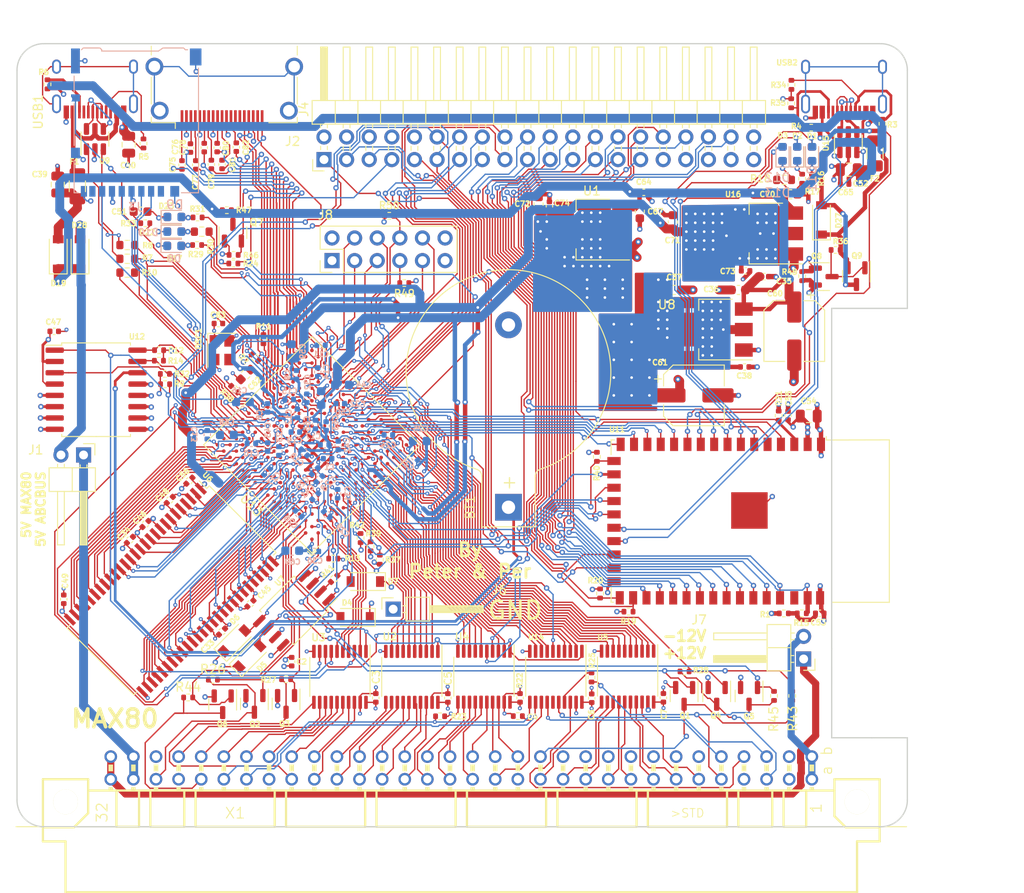
<source format=kicad_pcb>
(kicad_pcb (version 20211014) (generator pcbnew)

  (general
    (thickness 1.6)
  )

  (paper "A4")
  (title_block
    (title "MAX80")
    (date "2022-03-21")
    (rev "1.01")
    (company "No name")
  )

  (layers
    (0 "F.Cu" signal)
    (1 "In1.Cu" power)
    (2 "In2.Cu" signal)
    (31 "B.Cu" signal)
    (32 "B.Adhes" user "B.Adhesive")
    (33 "F.Adhes" user "F.Adhesive")
    (34 "B.Paste" user)
    (35 "F.Paste" user)
    (36 "B.SilkS" user "B.Silkscreen")
    (37 "F.SilkS" user "F.Silkscreen")
    (38 "B.Mask" user)
    (39 "F.Mask" user)
    (40 "Dwgs.User" user "User.Drawings")
    (41 "Cmts.User" user "User.Comments")
    (42 "Eco1.User" user "User.Eco1")
    (43 "Eco2.User" user "User.Eco2")
    (44 "Edge.Cuts" user)
    (45 "Margin" user)
    (46 "B.CrtYd" user "B.Courtyard")
    (47 "F.CrtYd" user "F.Courtyard")
    (48 "B.Fab" user)
    (49 "F.Fab" user)
  )

  (setup
    (pad_to_mask_clearance 0)
    (grid_origin 132.45 85.75)
    (pcbplotparams
      (layerselection 0x00010fc_ffffffff)
      (disableapertmacros false)
      (usegerberextensions false)
      (usegerberattributes true)
      (usegerberadvancedattributes true)
      (creategerberjobfile true)
      (svguseinch false)
      (svgprecision 6)
      (excludeedgelayer true)
      (plotframeref false)
      (viasonmask false)
      (mode 1)
      (useauxorigin false)
      (hpglpennumber 1)
      (hpglpenspeed 20)
      (hpglpendiameter 15.000000)
      (dxfpolygonmode true)
      (dxfimperialunits true)
      (dxfusepcbnewfont true)
      (psnegative false)
      (psa4output false)
      (plotreference true)
      (plotvalue true)
      (plotinvisibletext false)
      (sketchpadsonfab false)
      (subtractmaskfromsilk false)
      (outputformat 1)
      (mirror false)
      (drillshape 0)
      (scaleselection 1)
      (outputdirectory "max80_gerber101")
    )
  )

  (net 0 "")
  (net 1 "GND")
  (net 2 "+5V")
  (net 3 "Net-(R5-Pad2)")
  (net 4 "Net-(R6-Pad2)")
  (net 5 "Net-(U9-Pad4)")
  (net 6 "Net-(U9-Pad6)")
  (net 7 "unconnected-(J2-Pad13)")
  (net 8 "Net-(BT1-Pad1)")
  (net 9 "/A4")
  (net 10 "/A3")
  (net 11 "/A2")
  (net 12 "/A1")
  (net 13 "/A0")
  (net 14 "/IO0")
  (net 15 "/IO3")
  (net 16 "/IO4")
  (net 17 "/IO5")
  (net 18 "/IO6")
  (net 19 "/IO7")
  (net 20 "/A11")
  (net 21 "/IO9")
  (net 22 "/A8")
  (net 23 "/A7")
  (net 24 "/A6")
  (net 25 "/A5")
  (net 26 "/A9")
  (net 27 "/A10")
  (net 28 "/A12")
  (net 29 "/IO8")
  (net 30 "/IO10")
  (net 31 "/IO11")
  (net 32 "/IO12")
  (net 33 "/IO13")
  (net 34 "/IO14")
  (net 35 "/IO15")
  (net 36 "/abc80bus/D7")
  (net 37 "/abc80bus/D6")
  (net 38 "/abc80bus/D5")
  (net 39 "/abc80bus/D4")
  (net 40 "/abc80bus/D3")
  (net 41 "/abc80bus/D2")
  (net 42 "/abc80bus/D1")
  (net 43 "/abc80bus/D0")
  (net 44 "/abc80bus/A8")
  (net 45 "/abc80bus/A9")
  (net 46 "/abc80bus/A10")
  (net 47 "/abc80bus/A11")
  (net 48 "/abc80bus/A12")
  (net 49 "/abc80bus/A13")
  (net 50 "/abc80bus/A14")
  (net 51 "/abc80bus/A15")
  (net 52 "/abc80bus/A7")
  (net 53 "/abc80bus/A6")
  (net 54 "/abc80bus/A5")
  (net 55 "/abc80bus/A4")
  (net 56 "/abc80bus/A3")
  (net 57 "/abc80bus/A2")
  (net 58 "/abc80bus/A1")
  (net 59 "/abc80bus/A0")
  (net 60 "/IO1")
  (net 61 "/IO2")
  (net 62 "/32KHZ")
  (net 63 "/RTC_INT")
  (net 64 "/abc80bus/ABC5V")
  (net 65 "/SD_DAT3")
  (net 66 "/SD_CMD")
  (net 67 "/SD_CLK")
  (net 68 "/SD_DAT0")
  (net 69 "FPGA_TDI")
  (net 70 "FPGA_TMS")
  (net 71 "FPGA_TDO")
  (net 72 "FPGA_TCK")
  (net 73 "ABC_CLK_5")
  (net 74 "/FPGA_SCL")
  (net 75 "/FPGA_SDA")
  (net 76 "FPGA_SPI_CLK")
  (net 77 "FGPA_SPI_CS_ESP32")
  (net 78 "INT_ESP32")
  (net 79 "Net-(C53-Pad1)")
  (net 80 "ESP32_TDO")
  (net 81 "ESP32_TCK")
  (net 82 "ESP32_TMS")
  (net 83 "ESP32_IO0")
  (net 84 "ESP32_RXD")
  (net 85 "ESP32_TXD")
  (net 86 "ESP32_EN")
  (net 87 "Net-(R3-Pad2)")
  (net 88 "/ESP32/USB_D-")
  (net 89 "/ESP32/USB_D+")
  (net 90 "ESP32_TDI")
  (net 91 "Net-(U15-Pad6)")
  (net 92 "Net-(U15-Pad4)")
  (net 93 "unconnected-(J2-Pad14)")
  (net 94 "Net-(D1-Pad2)")
  (net 95 "Net-(D1-Pad1)")
  (net 96 "ESP32_SCL")
  (net 97 "ESP32_SDA")
  (net 98 "ESP32_CS2")
  (net 99 "ESP32_CS0")
  (net 100 "ESP32_MISO")
  (net 101 "ESP32_SCK")
  (net 102 "ESP32_MOSI")
  (net 103 "ESP32_CS1")
  (net 104 "/abc80bus/~{CS}")
  (net 105 "/abc80bus/~{C4}")
  (net 106 "/abc80bus/~{C3}")
  (net 107 "/abc80bus/~{C2}")
  (net 108 "/abc80bus/~{C1}")
  (net 109 "/abc80bus/~{OUT}")
  (net 110 "/abc80bus/~{RST}")
  (net 111 "/abc80bus/~{XMEMFL}")
  (net 112 "/abc80bus/~{INP}")
  (net 113 "/abc80bus/~{STATUS}")
  (net 114 "/abc80bus/~{XINPSTB}")
  (net 115 "/abc80bus/~{XOUTSTB}")
  (net 116 "AD0")
  (net 117 "AD1")
  (net 118 "AD2")
  (net 119 "AD3")
  (net 120 "AD4")
  (net 121 "AD5")
  (net 122 "AD6")
  (net 123 "AD7")
  (net 124 "/abc80bus/~{RESIN}")
  (net 125 "/FPGA_LED1")
  (net 126 "/FPGA_LED2")
  (net 127 "/FPGA_LED3")
  (net 128 "Net-(D17-Pad2)")
  (net 129 "Net-(D23-Pad2)")
  (net 130 "FPGA_GPIO3")
  (net 131 "FPGA_GPIO2")
  (net 132 "FPGA_GPIO1")
  (net 133 "FPGA_GPIO0")
  (net 134 "FPGA_GPIO5")
  (net 135 "FPGA_GPIO4")
  (net 136 "/abc80bus/READY")
  (net 137 "/abc80bus/~{NMI}")
  (net 138 "~{FPGA_READY}")
  (net 139 "FPGA_NMI")
  (net 140 "FPGA_RESIN")
  (net 141 "/DQMH")
  (net 142 "/CLK")
  (net 143 "/BA1")
  (net 144 "/BA0")
  (net 145 "/DQML")
  (net 146 "Net-(D28-Pad2)")
  (net 147 "Net-(F1-Pad2)")
  (net 148 "/WE#")
  (net 149 "/CAS#")
  (net 150 "/RAS#")
  (net 151 "/CS#")
  (net 152 "+3V3")
  (net 153 "+2V5")
  (net 154 "+1V2")
  (net 155 "Net-(R13-Pad1)")
  (net 156 "Net-(R37-Pad2)")
  (net 157 "Net-(R38-Pad2)")
  (net 158 "Net-(R41-Pad2)")
  (net 159 "DATA0")
  (net 160 "~{CS_ABC_3V3}")
  (net 161 "~{OUT_ABC_3V3}")
  (net 162 "AD8")
  (net 163 "~{C1_ABC_3V3}")
  (net 164 "AD9")
  (net 165 "~{C2_ABC_3V3}")
  (net 166 "AD10")
  (net 167 "~{C3_ABC_3V3}")
  (net 168 "~{C4_ABC_3V3}")
  (net 169 "AD11")
  (net 170 "AD12")
  (net 171 "AD13")
  (net 172 "AD14")
  (net 173 "AD15")
  (net 174 "DLCK")
  (net 175 "ASD0")
  (net 176 "nCE0")
  (net 177 "~{INP_ABC_3V3}")
  (net 178 "~{STATUS_ABC_3V3}")
  (net 179 "DD0")
  (net 180 "DD1")
  (net 181 "DD2")
  (net 182 "DD3")
  (net 183 "DD4")
  (net 184 "DD5")
  (net 185 "DD6")
  (net 186 "DD7")
  (net 187 "DD8")
  (net 188 "~{XOUTSTB_ABC_3V3}")
  (net 189 "~{RST_ABC_3V3}")
  (net 190 "~{XMEMFL_ABC_3V3}")
  (net 191 "~{XINPSTB_ABC_3V3}")
  (net 192 "ABC_CLK_3V3")
  (net 193 "FPGA_SPI_MOSI")
  (net 194 "FPGA_SPI_MISO")
  (net 195 "CLK0n")
  (net 196 "HDMI_CK-")
  (net 197 "HDMI_D0+")
  (net 198 "HDMI_D1-")
  (net 199 "HDMI_D2+")
  (net 200 "HDMI_CK+")
  (net 201 "HDMI_D0-")
  (net 202 "HDMI_D1+")
  (net 203 "HDMI_D2-")
  (net 204 "HDMI_SDA")
  (net 205 "HDMI_HPD")
  (net 206 "HDMI_SCL")
  (net 207 "FPGA_JTAGEN")
  (net 208 "FLASH_CS#")
  (net 209 "/abc80bus/~{INT}")
  (net 210 "/abc80bus/~{XMEMW800}")
  (net 211 "/abc80bus/~{XMEMW80}")
  (net 212 "INT_ABC_3V3")
  (net 213 "INT800_ABC_3V3")
  (net 214 "~{XMEMW80_ABC_3V3}")
  (net 215 "~{XMEMW800_ABC_3V3}")
  (net 216 "/abc80bus/~{XM}")
  (net 217 "XM_ABC_3V3")
  (net 218 "Net-(R25-Pad2)")
  (net 219 "AD16")
  (net 220 "/abc80bus/ABC_-12V")
  (net 221 "/abc80bus/ABC_12V")
  (net 222 "Net-(C75-Pad1)")
  (net 223 "Net-(C76-Pad1)")
  (net 224 "Net-(C77-Pad1)")
  (net 225 "Net-(C78-Pad1)")
  (net 226 "Net-(C79-Pad1)")
  (net 227 "Net-(C80-Pad1)")
  (net 228 "Net-(C81-Pad1)")
  (net 229 "Net-(C82-Pad1)")
  (net 230 "EXT_HG")
  (net 231 "EXT_HB")
  (net 232 "EXT_HE")
  (net 233 "EXT_HC")
  (net 234 "EXT_HA")
  (net 235 "EXT_HF")
  (net 236 "EXT_HH")
  (net 237 "EXT_HD")
  (net 238 "unconnected-(J2-PadSH)")
  (net 239 "unconnected-(J3-Pad1)")
  (net 240 "unconnected-(J3-Pad8)")
  (net 241 "unconnected-(J4-Pad6)")
  (net 242 "unconnected-(J4-Pad8)")
  (net 243 "unconnected-(J4-Pad40)")
  (net 244 "unconnected-(U6-Pad40)")
  (net 245 "unconnected-(U11-Pad40)")
  (net 246 "unconnected-(U13-PadC3)")
  (net 247 "unconnected-(U13-PadF13)")
  (net 248 "unconnected-(U13-PadJ12)")
  (net 249 "unconnected-(U13-PadJ13)")
  (net 250 "unconnected-(U13-PadJ14)")
  (net 251 "unconnected-(U13-PadK6)")
  (net 252 "unconnected-(U13-PadK9)")
  (net 253 "unconnected-(U13-PadK12)")
  (net 254 "unconnected-(U13-PadL6)")
  (net 255 "unconnected-(U13-PadL9)")
  (net 256 "unconnected-(U13-PadL11)")
  (net 257 "unconnected-(U13-PadL14)")
  (net 258 "unconnected-(U13-PadN14)")
  (net 259 "unconnected-(U13-PadP11)")
  (net 260 "unconnected-(U13-PadP15)")
  (net 261 "unconnected-(U14-Pad5)")
  (net 262 "unconnected-(U14-Pad15)")
  (net 263 "unconnected-(USB1-Pad3)")
  (net 264 "unconnected-(USB1-Pad9)")
  (net 265 "unconnected-(USB1-Pad13)")
  (net 266 "unconnected-(USB2-Pad3)")
  (net 267 "unconnected-(USB2-Pad9)")
  (net 268 "unconnected-(USB2-Pad13)")
  (net 269 "unconnected-(X1-PadA14)")
  (net 270 "unconnected-(X1-PadA25)")
  (net 271 "unconnected-(X1-PadA29)")
  (net 272 "unconnected-(X1-PadB6)")
  (net 273 "unconnected-(X1-PadB7)")
  (net 274 "unconnected-(X1-PadB8)")
  (net 275 "Net-(J2-Pad19)")
  (net 276 "unconnected-(X1-PadB9)")
  (net 277 "unconnected-(X1-PadB10)")
  (net 278 "/~{SD_DETECT}")
  (net 279 "unconnected-(X1-PadB11)")
  (net 280 "unconnected-(X1-PadB12)")
  (net 281 "unconnected-(X1-PadB30)")
  (net 282 "Net-(R7-Pad2)")
  (net 283 "/FPGA_USB_DS_DP")
  (net 284 "Net-(R8-Pad2)")
  (net 285 "/FPGA_USB_DS_DN")
  (net 286 "/FPGA_USB_PU")
  (net 287 "Net-(D27-Pad2)")
  (net 288 "Net-(Q8-Pad3)")
  (net 289 "USB_PWR_EN")
  (net 290 "~{USB_PWR_SINK}")
  (net 291 "Net-(R35-Pad2)")
  (net 292 "+5VA")
  (net 293 "Net-(D13-Pad2)")
  (net 294 "Net-(D13-Pad1)")
  (net 295 "Net-(D12-Pad2)")
  (net 296 "Net-(D12-Pad1)")
  (net 297 "Net-(D10-Pad2)")
  (net 298 "Net-(C39-Pad1)")

  (footprint "Capacitor_SMD:C_0402_1005Metric" (layer "F.Cu") (at 110.22 102.91 90))

  (footprint "Capacitor_SMD:C_0402_1005Metric" (layer "F.Cu") (at 109.15 72.8))

  (footprint "Resistor_SMD:R_0402_1005Metric" (layer "F.Cu") (at 161.22 116.04 180))

  (footprint "Resistor_SMD:R_0402_1005Metric" (layer "F.Cu") (at 152.49 116.06))

  (footprint "max80:ESP32-S2-WROVER" (layer "F.Cu") (at 183.4961 94.1236 -90))

  (footprint "Capacitor_SMD:CP_Elec_6.3x7.7" (layer "F.Cu") (at 192.27 72.77 -90))

  (footprint "Capacitor_SMD:CP_Elec_6.3x7.7" (layer "F.Cu") (at 181 80))

  (footprint "LED_SMD:LED_0603_1608Metric" (layer "F.Cu") (at 122.64 63.1948))

  (footprint "LED_SMD:LED_0603_1608Metric" (layer "F.Cu") (at 122.64 61.58))

  (footprint "LED_SMD:LED_0603_1608Metric" (layer "F.Cu") (at 122.64 59.9436))

  (footprint "Resistor_SMD:R_0402_1005Metric" (layer "F.Cu") (at 125.2 63.1))

  (footprint "Resistor_SMD:R_0603_1608Metric" (layer "F.Cu") (at 125.719 61.6))

  (footprint "Resistor_SMD:R_0402_1005Metric" (layer "F.Cu") (at 125.25 60))

  (footprint "Package_TO_SOT_SMD:SOT-23" (layer "F.Cu") (at 183.5548 113.77 -90))

  (footprint "Resistor_SMD:R_0402_1005Metric" (layer "F.Cu") (at 120.93 74.92))

  (footprint "Resistor_SMD:R_0402_1005Metric" (layer "F.Cu") (at 120.91 76.1 180))

  (footprint "Capacitor_SMD:C_0603_1608Metric" (layer "F.Cu") (at 118.85 59.35))

  (footprint "Package_TO_SOT_SMD:SOT-23" (layer "F.Cu") (at 131.633 114.667 -90))

  (footprint "Package_TO_SOT_SMD:SOT-23" (layer "F.Cu") (at 135.189 114.667 -90))

  (footprint "max80:Fuse_1206_3216Metric" (layer "F.Cu") (at 111.75 56.5 90))

  (footprint "max80:Fuse_1206_3216Metric" (layer "F.Cu") (at 201.335 52.805 90))

  (footprint "Oscillator:Oscillator_SMD_Abracon_ASE-4Pin_3.2x2.5mm" (layer "F.Cu") (at 127.98 74.92 -90))

  (footprint "max80:HRO-TYPE-C-31-M-12" (layer "F.Cu") (at 197.8611 40.4736 180))

  (footprint "Capacitor_SMD:C_0805_2012Metric" (layer "F.Cu") (at 193.8961 82.3236))

  (footprint "Resistor_SMD:R_0402_1005Metric" (layer "F.Cu") (at 194.1711 49.9186 180))

  (footprint "Resistor_SMD:R_0402_1005Metric" (layer "F.Cu") (at 193.1111 104.4936))

  (footprint "Capacitor_SMD:C_0805_2012Metric" (layer "F.Cu") (at 198.395 54.635 180))

  (footprint "Capacitor_SMD:C_0402_1005Metric" (layer "F.Cu") (at 191.5711 82.2636 90))

  (footprint "Resistor_SMD:R_0402_1005Metric" (layer "F.Cu") (at 202.1811 49.4736 90))

  (footprint "Resistor_SMD:R_0402_1005Metric" (layer "F.Cu") (at 119.175 51.69 90))

  (footprint "Resistor_SMD:R_0402_1005Metric" (layer "F.Cu") (at 108.3911 45.0436 90))

  (footprint "Package_TO_SOT_SMD:SOT-23-6" (layer "F.Cu") (at 198.345 51.54 90))

  (footprint "Capacitor_SMD:C_0805_2012Metric" (layer "F.Cu") (at 109.55 56.3 90))

  (footprint "Capacitor_SMD:C_0805_2012Metric" (layer "F.Cu") (at 117.5111 51.8236 90))

  (footprint "Package_TO_SOT_SMD:SOT-23-6" (layer "F.Cu") (at 113.7211 51.1936 90))

  (footprint "Capacitor_SMD:C_0402_1005Metric" (layer "F.Cu") (at 195.1311 104.4836))

  (footprint "LED_SMD:LED_0603_1608Metric" (layer "F.Cu") (at 190.95 52.85 90))

  (footprint "Resistor_SMD:R_0402_1005Metric" (layer "F.Cu") (at 193.156 55.65 -90))

  (footprint "Resistor_SMD:R_0603_1608Metric" (layer "F.Cu") (at 191.124 55.778 180))

  (footprint "Resistor_SMD:R_0402_1005Metric" (layer "F.Cu") (at 173.65 104.3))

  (footprint "Resistor_SMD:R_0402_1005Metric" (layer "F.Cu") (at 170.46 102.26 -90))

  (footprint "Resistor_SMD:R_0402_1005Metric" (layer "F.Cu") (at 194.25 55.65 -90))

  (footprint "Resistor_SMD:R_0402_1005Metric" (layer "F.Cu") (at 190.5211 82.2736 -90))

  (footprint "Diode_SMD:D_SOD-123" (layer "F.Cu") (at 109.6 64.1 90))

  (footprint "Diode_SMD:D_SOD-123" (layer "F.Cu") (at 195.325 60.275 90))

  (footprint "Connector_PinHeader_2.54mm:PinHeader_1x02_P2.54mm_Horizontal" (layer "F.Cu") (at 112.445 86.695 -90))

  (footprint "Resistor_SMD:R_0402_1005Metric" (layer "F.Cu") (at 191.095 104.5))

  (footprint "max80:SOIC-8_5.23x5.23mm_P1.27mm" (layer "F.Cu") (at 136.07 104.16 -135))

  (footprint "Capacitor_SMD:C_0402_1005Metric" (layer "F.Cu") (at 124.33 89.58 -135))

  (footprint "Capacitor_SMD:C_0402_1005Metric" (layer "F.Cu") (at 127.99 106.54 -135))

  (footprint "Capacitor_SMD:C_0402_1005Metric" (layer "F.Cu")
    (tedit 5F68FEEE) (tstamp 00000000-0000-0000-0000-0000603ab1a8)
    (at 131.18 103.39 -135)
    (descr "Capacitor SMD 0402 (1005 Metric), square (rectangular) end terminal, IPC_7351 nominal, (Body size source: IPC-SM-782 page 76, https://www.pcb-3d.com/wordpress/wp-content/uploads/ipc-sm-782a_amendment_1_and_2.pdf), generated with kicad-footprint-generator")
    (tags "capacitor")
    (property "LCSC" "C1525")
    (property "Sheetfile" "max80.kicad_sch")
    (property "Sheetname" "")
    (path "/00000000-0000-0000-0000-00006094ce83")
    (attr smd)
    (fp_text reference "C45" (at -1.994041 -0.203647 45) (layer "F.SilkS")
      (effects (font (size 0.6 0.6) (thickness 0.15)))
      (tstamp ab19d0e7-f8ae-4867-806f-badcce2f2476)
    )
    (fp_text value "100nF" (at 0 1.16 45) (layer "F.Fab")
      (effects (font (size 1 1) (thickness 0.15)))
      (tstamp eb5b2512-b6fe-4aa4-b5b6-290735f47882)
    )
    (fp_text user "${REFERENCE}" (at 0 0 45) (layer "F.Fab")
      (effects (font (size 0.25 0.25) (thickness 0.04)))
      (tstamp eaedbd7e-dd1e-4bea-95cc-f7aef8103508)
    )
    (fp_line (start -0.107836 0.36) (end 0.107836 0.36) (layer "F.SilkS") (width 0.12) (tstamp be23d620-dc33-480b-b091-b496a0bf7901))
    (fp_line (start -0.107836 -0.36) (end 0.107836 -0.36) (layer "F.SilkS") (width 0.12) (tstamp ca6b8b78-faed-4c02-86e8-f6ac4350125f))
    (fp_line (start 0.91 -0.46) (end 0.91 0.46) (layer "F.CrtYd") (width 0.05) (tstamp 0f5bf1c8-5260-431b-a1dd-f6a1b7470ac6))
    (fp_line (start 0.91 0.46) (end -0.91 0.46) (layer "F.CrtYd") (width 0.05) (tstamp 1400d6d5-ec6c-4b38-8aa5-2a13f278f8d6))
    (fp_line (start -0.91 -0.46) (end 0.91 -0.46) (layer "F.CrtYd") (width 0.05) (tstamp abcd2587-419a-466f-abc4-c3294d47166f))
    (fp_line (start -0.91 0.46) (end -0.91 -0.46) (layer "F.CrtYd") (width 0.05) (tstamp af39684f-a038-461d-adb7-a0de8967302d))
    (fp_line (start -0.5 -0.25) (end 0.5 -0.25) (layer "F.Fab") (width 0.1) (tstamp 668cfd54-063f-4593-8bd0-9386f80e519f))
    (fp_line (start -0.5 0.25) (end -0.5 -0.25) (layer "F.Fab") (width 0.1) (tstamp a9ac352f-49be-4f5d-97a7-78f5dd3ecf85))
    (fp_line (start 0.5 0.25) (end -0.5 0.25) (layer "F.Fab") (width 0.1) (tstamp d041c1a7-1c49-47f4-9776-3ac589094ee3))
    (fp_line (start 0.5 -0.25) (end 0.5 0.25) (layer "F.Fab") (width 0.1) (t
... [4380760 chars truncated]
</source>
